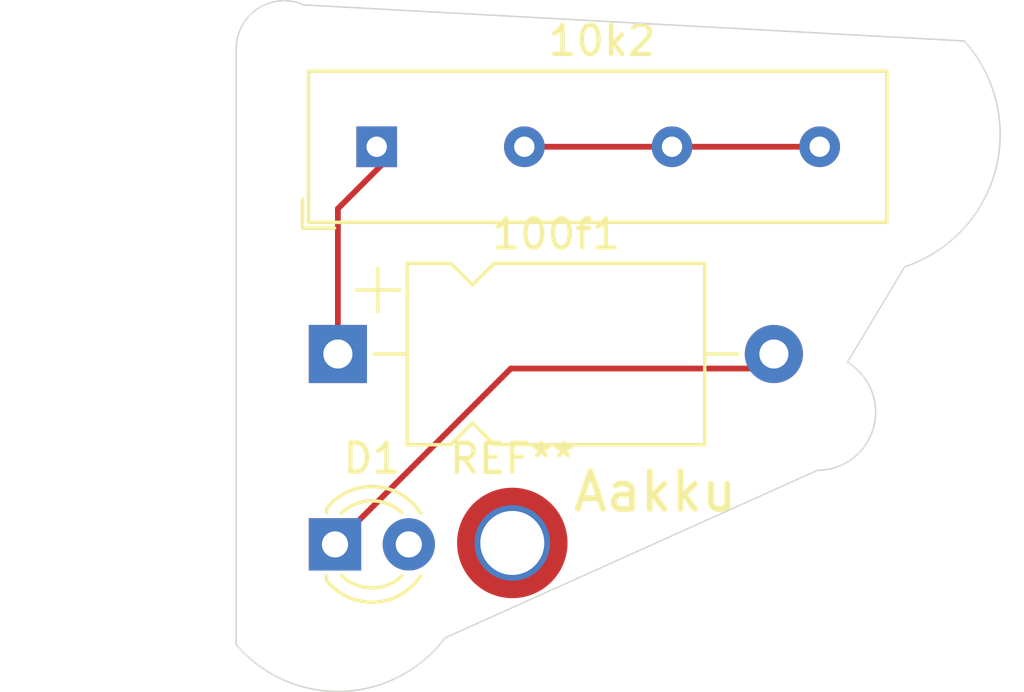
<source format=kicad_pcb>
(kicad_pcb (version 20240108) (generator "pcbnew") (generator_version "8.0")
  (layers (0 "F.Cu" signal) (31 "B.Cu" signal) (34 "B.Paste" user) (35 "F.Paste" user) (36 "B.SilkS" user "B.Silkscreen") (37 "F.SilkS" user "F.Silkscreen") (38 "B.Mask" user) (39 "F.Mask" user) (44 "Edge.Cuts" user))
  (net 0 "")
  (net 1 "+5V")
  (net 2 "GND")
  (footprint "Relay_THT:Relay_SPST_StandexMeder_SIL_Form1B" (layer "F.Cu") (at 121.335 66.87)
    (property "Reference" "10k2" (at 7.75 -3.65 0) (layer "F.SilkS"))
    (property "Value" "R")
    (fp_line (start -2.55 2.8) (end -2.55 1.8) (stroke (width 0.12)) (layer "F.SilkS"))
    (fp_line (start -2.35 -2.6) (end 17.55 -2.6) (stroke (width 0.12)) (layer "F.SilkS"))
    (fp_line (start -2.35 2.6) (end -2.35 -2.6) (stroke (width 0.12)) (layer "F.SilkS"))
    (fp_line (start -1.45 2.8) (end -2.55 2.8) (stroke (width 0.12)) (layer "F.SilkS"))
    (fp_line (start 17.55 -2.6) (end 17.55 2.6) (stroke (width 0.12)) (layer "F.SilkS"))
    (fp_line (start 17.55 2.6) (end -2.35 2.6) (stroke (width 0.12)) (layer "F.SilkS"))
    (pad "1" thru_hole rect (at 0 0) (size 1.4 1.4) (drill 0.7) (layers "*.Cu" "*.Mask") (net 1 "+5V"))
    (pad "3" thru_hole circle (at 5.08 0) (size 1.4 1.4) (drill 0.7) (layers "*.Cu" "*.Mask"))
    (pad "5" thru_hole circle (at 10.16 0) (size 1.4 1.4) (drill 0.7) (layers "*.Cu" "*.Mask"))
    (pad "7" thru_hole circle (at 15.24 0) (size 1.4 1.4) (drill 0.7) (layers "*.Cu" "*.Mask"))
  )
  (footprint "LED_THT:LED_D3.0mm" (layer "F.Cu") (at 119.9 80.55)
    (property "Reference" "D1" (at 1.27 -2.96 0) (layer "F.SilkS"))
    (property "Value" "LED")
    (fp_line (start -0.29 -1.236) (end -0.29 -1.08) (stroke (width 0.12)) (layer "F.SilkS"))
    (fp_line (start -0.29 1.08) (end -0.29 1.236) (stroke (width 0.12)) (layer "F.SilkS"))
    (fp_arc (start -0.29 -1.235516) (mid 1.366487 -1.987659) (end 2.942335 -1.078608) (stroke (width 0.12)) (layer "F.SilkS"))
    (fp_arc (start 0.229039 -1.08) (mid 1.270117 -1.5) (end 2.31113 -1.079837) (stroke (width 0.12)) (layer "F.SilkS"))
    (fp_arc (start 2.31113 1.079837) (mid 1.270117 1.5) (end 0.229039 1.08) (stroke (width 0.12)) (layer "F.SilkS"))
    (fp_arc (start 2.942335 1.078608) (mid 1.366487 1.987659) (end -0.29 1.235516) (stroke (width 0.12)) (layer "F.SilkS"))
    (pad "1" thru_hole rect (at 0 0) (size 1.8 1.8) (drill 0.9) (layers "*.Cu" "*.Mask") (net 2 "GND"))
    (pad "2" thru_hole circle (at 2.54 0) (size 1.8 1.8) (drill 0.9) (layers "*.Cu" "*.Mask"))
  )
  (footprint "Capacitor_THT:CP_Axial_L10.0mm_D6.0mm_P15.00mm_Horizontal" (layer "F.Cu") (at 120 74)
    (property "Reference" "100f1" (at 7.5 -4.12 0) (layer "F.SilkS"))
    (property "Value" "C")
    (fp_line (start 0.63 -2.2) (end 2.13 -2.2) (stroke (width 0.12)) (layer "F.SilkS"))
    (fp_line (start 1.24 0) (end 2.38 0) (stroke (width 0.12)) (layer "F.SilkS"))
    (fp_line (start 1.38 -2.95) (end 1.38 -1.45) (stroke (width 0.12)) (layer "F.SilkS"))
    (fp_line (start 2.38 -3.12) (end 2.38 3.12) (stroke (width 0.12)) (layer "F.SilkS"))
    (fp_line (start 2.38 -3.12) (end 3.88 -3.12) (stroke (width 0.12)) (layer "F.SilkS"))
    (fp_line (start 2.38 3.12) (end 3.88 3.12) (stroke (width 0.12)) (layer "F.SilkS"))
    (fp_line (start 3.88 -3.12) (end 4.63 -2.37) (stroke (width 0.12)) (layer "F.SilkS"))
    (fp_line (start 3.88 3.12) (end 4.63 2.37) (stroke (width 0.12)) (layer "F.SilkS"))
    (fp_line (start 4.63 -2.37) (end 5.38 -3.12) (stroke (width 0.12)) (layer "F.SilkS"))
    (fp_line (start 4.63 2.37) (end 5.38 3.12) (stroke (width 0.12)) (layer "F.SilkS"))
    (fp_line (start 5.38 -3.12) (end 12.62 -3.12) (stroke (width 0.12)) (layer "F.SilkS"))
    (fp_line (start 5.38 3.12) (end 12.62 3.12) (stroke (width 0.12)) (layer "F.SilkS"))
    (fp_line (start 12.62 -3.12) (end 12.62 3.12) (stroke (width 0.12)) (layer "F.SilkS"))
    (fp_line (start 13.76 0) (end 12.62 0) (stroke (width 0.12)) (layer "F.SilkS"))
    (pad "1" thru_hole rect (at 0 0) (size 2 2) (drill 1) (layers "*.Cu" "*.Mask") (net 1 "+5V"))
    (pad "2" thru_hole oval (at 15 0) (size 2 2) (drill 1) (layers "*.Cu" "*.Mask") (net 2 "GND"))
  )
  (footprint "MountingHole:MountingHole_2.2mm_M2_DIN965_Pad_TopOnly" (layer "F.Cu") (at 126 80.5)
    (property "Reference" "REF**" (at 0 -2.9 0) (layer "F.SilkS"))
    (property "Value" "MountingHole_2.2mm_M2_DIN965_Pad_TopOnly")
    (pad "1" thru_hole circle (at 0 0) (size 2.6 2.6) (drill 2.2) (layers "*.Cu" "*.Mask"))
    (pad "1" connect circle (at 0 0) (size 3.8 3.8) (layers "F.Cu" "F.Mask"))
  )
  (gr_line (start 118.851347 62.000001) (end 119 62) (stroke (width 0.05)) (layer "Edge.Cuts"))
  (gr_arc (start 141.551261 63.230549) (mid 142.625019 67.669547) (end 139.5 71) (stroke (width 0.05)) (layer "Edge.Cuts"))
  (gr_arc (start 123.687818 83.765863) (mid 120.15008 85.607328) (end 116.5 84) (stroke (width 0.05)) (layer "Edge.Cuts"))
  (gr_line (start 139.5 71) (end 137.528992 74.285014) (stroke (width 0.05)) (layer "Edge.Cuts"))
  (gr_line (start 123.687818 83.765863) (end 136.5 78) (stroke (width 0.05)) (layer "Edge.Cuts"))
  (gr_line (start 141.551261 63.230549) (end 119 62) (stroke (width 0.05)) (layer "Edge.Cuts"))
  (gr_line (start 116.5 63.5) (end 116.5 84) (stroke (width 0.05)) (layer "Edge.Cuts"))
  (gr_arc (start 137.528992 74.285014) (mid 138.42743 76.533867) (end 136.5 78) (stroke (width 0.05)) (layer "Edge.Cuts"))
  (gr_arc (start 116.5 63.5) (mid 117.264508 62.105472) (end 118.851347 62.000001) (stroke (width 0.05)) (layer "Edge.Cuts"))
  (gr_text "Aakku" (at 128 79.5 0) (layer "F.SilkS") (effects (font (size 1.3 1.3) (thickness 0.2)) (justify left bottom)))
  (segment (start 131.495 66.87) (end 136.575 66.87) (width 0.2) (layer "F.Cu") (net 0))
  (segment (start 126.415 66.87) (end 131.495 66.87) (width 0.2) (layer "F.Cu") (net 0))
  (segment (start 121.5 67.5) (end 120 69) (width 0.2) (layer "F.Cu") (net 1))
  (segment (start 121.335 67.335) (end 121.5 67.5) (width 0.2) (layer "F.Cu") (net 1))
  (segment (start 121.335 66.87) (end 121.335 67.335) (width 0.2) (layer "F.Cu") (net 1))
  (segment (start 120 69) (end 120 74) (width 0.2) (layer "F.Cu") (net 1))
  (segment (start 135 74) (end 134.5 74.5) (width 0.2) (layer "F.Cu") (net 2))
  (segment (start 125.95 74.5) (end 119.9 80.55) (width 0.2) (layer "F.Cu") (net 2))
  (segment (start 134.5 74.5) (end 125.95 74.5) (width 0.2) (layer "F.Cu") (net 2))
)
</source>
